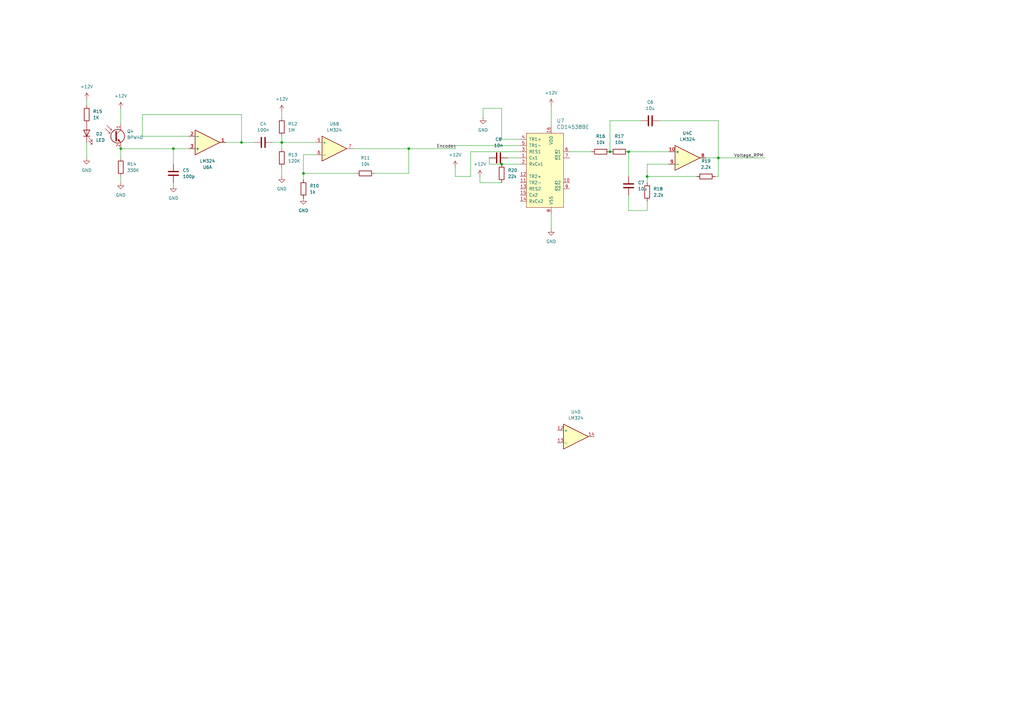
<source format=kicad_sch>
(kicad_sch (version 20231120) (generator "eeschema") (generator_version "8.0")
  (paper "A3")
  (lib_symbols
    (symbol "Amplifier_Operational:LM324" (pin_names (offset 0.127))
      (property "Reference" "U" (at 0 5.08 0))
      (property "Value" "LM324" (at 0 -5.08 0))
      (symbol "LM324_1_1"
        (polyline (pts (xy -5.08 5.08) (xy 5.08 0) (xy -5.08 -5.08) (xy -5.08 5.08)) (stroke (width 0.254)) (fill (type background)))
        (pin output line (at 7.62 0 180) (length 2.54) (name "~") (number "1"))
        (pin input line (at -7.62 -2.54 0) (length 2.54) (name "-") (number "2"))
        (pin input line (at -7.62 2.54 0) (length 2.54) (name "+") (number "3"))
      )
      (symbol "LM324_2_1"
        (polyline (pts (xy -5.08 5.08) (xy 5.08 0) (xy -5.08 -5.08) (xy -5.08 5.08)) (stroke (width 0.254)) (fill (type background)))
        (pin input line (at -7.62 2.54 0) (length 2.54) (name "+") (number "5"))
        (pin input line (at -7.62 -2.54 0) (length 2.54) (name "-") (number "6"))
        (pin output line (at 7.62 0 180) (length 2.54) (name "~") (number "7"))
      )
      (symbol "LM324_3_1"
        (polyline (pts (xy -5.08 5.08) (xy 5.08 0) (xy -5.08 -5.08) (xy -5.08 5.08)) (stroke (width 0.254)) (fill (type background)))
        (pin input line (at -7.62 2.54 0) (length 2.54) (name "+") (number "10"))
        (pin output line (at 7.62 0 180) (length 2.54) (name "~") (number "8"))
        (pin input line (at -7.62 -2.54 0) (length 2.54) (name "-") (number "9"))
      )
      (symbol "LM324_4_1"
        (polyline (pts (xy -5.08 5.08) (xy 5.08 0) (xy -5.08 -5.08) (xy -5.08 5.08)) (stroke (width 0.254)) (fill (type background)))
        (pin input line (at -7.62 2.54 0) (length 2.54) (name "+") (number "12"))
        (pin input line (at -7.62 -2.54 0) (length 2.54) (name "-") (number "13"))
        (pin output line (at 7.62 0 180) (length 2.54) (name "~") (number "14"))
      )
      (symbol "LM324_5_1"
        (pin power_in line (at -2.54 -7.62 90) (length 3.81) (name "V-") (number "11"))
        (pin power_in line (at -2.54 7.62 270) (length 3.81) (name "V+") (number "4"))
      )
    )
    (symbol "Device:C" (pin_numbers hide) (pin_names (offset 0.254))
      (property "Reference" "C" (at 0.635 2.54 0))
      (property "Value" "C" (at 0.635 -2.54 0))
      (symbol "C_0_1"
        (polyline (pts (xy -2.032 -0.762) (xy 2.032 -0.762)) (stroke (width 0.508)))
        (polyline (pts (xy -2.032 0.762) (xy 2.032 0.762)) (stroke (width 0.508)))
      )
      (symbol "C_1_1"
        (pin passive line (at 0 3.81 270) (length 2.794) (name "~") (number "1"))
        (pin passive line (at 0 -3.81 90) (length 2.794) (name "~") (number "2"))
      )
    )
    (symbol "Device:LED" (pin_numbers hide) (pin_names (offset 1.016) hide)
      (property "Reference" "D" (at 0 2.54 0))
      (property "Value" "LED" (at 0 -2.54 0))
      (symbol "LED_0_1"
        (polyline (pts (xy -1.27 -1.27) (xy -1.27 1.27)) (stroke (width 0.254)))
        (polyline (pts (xy -1.27 0) (xy 1.27 0)))
        (polyline (pts (xy 1.27 -1.27) (xy 1.27 1.27) (xy -1.27 0) (xy 1.27 -1.27)) (stroke (width 0.254)))
        (polyline (pts (xy -3.048 -0.762) (xy -4.572 -2.286) (xy -3.81 -2.286) (xy -4.572 -2.286) (xy -4.572 -1.524)))
        (polyline (pts (xy -1.778 -0.762) (xy -3.302 -2.286) (xy -2.54 -2.286) (xy -3.302 -2.286) (xy -3.302 -1.524)))
      )
      (symbol "LED_1_1"
        (pin passive line (at -3.81 0 0) (length 2.54) (name "K") (number "1"))
        (pin passive line (at 3.81 0 180) (length 2.54) (name "A") (number "2"))
      )
    )
    (symbol "Device:R" (pin_numbers hide) (pin_names (offset 0))
      (property "Reference" "R" (at 2.032 0 90))
      (property "Value" "R" (at 0 0 90))
      (symbol "R_0_1"
        (rectangle (start -1.016 -2.54) (end 1.016 2.54) (stroke (width 0.254)))
      )
      (symbol "R_1_1"
        (pin passive line (at 0 3.81 270) (length 1.27) (name "~") (number "1"))
        (pin passive line (at 0 -3.81 90) (length 1.27) (name "~") (number "2"))
      )
    )
    (symbol "Sensor_Optical:BPW40" (pin_names (offset 0) hide)
      (property "Reference" "Q" (at 5.08 1.27 0))
      (property "Value" "BPW40" (at 5.08 -1.27 0))
      (symbol "BPW40_0_1"
        (polyline (pts (xy -1.905 1.27) (xy -2.54 1.27)))
        (polyline (pts (xy -1.27 2.54) (xy -1.905 2.54)))
        (polyline (pts (xy 0.635 0.635) (xy 2.54 2.54)))
        (polyline (pts (xy -3.81 3.175) (xy -1.905 1.27) (xy -1.905 1.905)))
        (polyline (pts (xy -3.175 4.445) (xy -1.27 2.54) (xy -1.27 3.175)))
        (polyline (pts (xy 0.635 -0.635) (xy 2.54 -2.54) (xy 2.54 -2.54)))
        (polyline (pts (xy 0.635 1.905) (xy 0.635 -1.905) (xy 0.635 -1.905)) (stroke (width 0.508)))
        (polyline (pts (xy 1.27 -1.778) (xy 1.778 -1.27) (xy 2.286 -2.286) (xy 1.27 -1.778) (xy 1.27 -1.778)) (fill (type outline)))
        (circle (center 1.27 0) (radius 2.8194) (stroke (width 0.254)))
      )
      (symbol "BPW40_1_1"
        (pin passive line (at 2.54 5.08 270) (length 2.54) (name "C") (number "1"))
        (pin passive line (at 2.54 -5.08 90) (length 2.54) (name "E") (number "2"))
      )
    )
    (symbol "dk_Logic-Multivibrators:CD14538BE" (pin_names (offset 1.016))
      (property "Reference" "U" (at -5.08 16.51 0))
      (property "Value" "CD14538BE" (at -1.27 19.05 0))
      (symbol "CD14538BE_0_1"
        (rectangle (start -7.62 15.24) (end 7.62 -15.24) (fill (type background)))
      )
      (symbol "CD14538BE_1_1"
        (pin passive line (at -10.16 5.08 0) (length 2.54) (name "Cx1") (number "1"))
        (pin output line (at 10.16 -5.08 180) (length 2.54) (name "Q2") (number "10"))
        (pin input line (at -10.16 -5.08 0) (length 2.54) (name "TR2-") (number "11"))
        (pin input line (at -10.16 -2.54 0) (length 2.54) (name "TR2+") (number "12"))
        (pin input line (at -10.16 -7.62 0) (length 2.54) (name "RES2") (number "13"))
        (pin input line (at -10.16 -12.7 0) (length 2.54) (name "RxCx2") (number "14"))
        (pin passive line (at -10.16 -10.16 0) (length 2.54) (name "Cx2") (number "15"))
        (pin power_in line (at 2.54 17.78 270) (length 2.54) (name "VDD") (number "16"))
        (pin input line (at -10.16 2.54 0) (length 2.54) (name "RxCx1") (number "2"))
        (pin input line (at -10.16 7.62 0) (length 2.54) (name "RES1") (number "3"))
        (pin input line (at -10.16 12.7 0) (length 2.54) (name "TR1+") (number "4"))
        (pin input line (at -10.16 10.16 0) (length 2.54) (name "TR1-") (number "5"))
        (pin output line (at 10.16 7.62 180) (length 2.54) (name "Q1") (number "6"))
        (pin output line (at 10.16 5.08 180) (length 2.54) (name "~{Q1}") (number "7"))
        (pin power_in line (at 2.54 -17.78 90) (length 2.54) (name "VSS") (number "8"))
        (pin output line (at 10.16 -7.62 180) (length 2.54) (name "~{Q2}") (number "9"))
      )
    )
    (symbol "power:+12V" (power) (pin_numbers hide) (pin_names (offset 0) hide)
      (property "Value" "+12V" (at 0 3.556 0))
      (symbol "+12V_0_1"
        (polyline (pts (xy -0.762 1.27) (xy 0 2.54)))
        (polyline (pts (xy 0 0) (xy 0 2.54)))
        (polyline (pts (xy 0 2.54) (xy 0.762 1.27)))
      )
      (symbol "+12V_1_1"
        (pin power_in line (at 0 0 90) (length 0) (name "~") (number "1"))
      )
    )
    (symbol "power:GND" (power) (pin_numbers hide) (pin_names (offset 0) hide)
      (property "Value" "GND" (at 0 -3.81 0))
      (symbol "GND_0_1"
        (polyline (pts (xy 0 0) (xy 0 -1.27) (xy 1.27 -1.27) (xy 0 -2.54) (xy -1.27 -1.27) (xy 0 -1.27)))
      )
      (symbol "GND_1_1"
        (pin power_in line (at 0 0 270) (length 0) (name "~") (number "1"))
      )
    )
  )
  (junction (at 257.81 62.23))
  (junction (at 49.53 60.96))
  (junction (at 99.06 58.42))
  (junction (at 115.57 58.42))
  (junction (at 71.12 60.96))
  (junction (at 205.74 67.31))
  (junction (at 124.46 71.12))
  (junction (at 294.64 64.77))
  (junction (at 265.43 72.39))
  (junction (at 250.19 62.23))
  (junction (at 167.64 60.96))
  (wire (pts (xy 250.19 49.53) (xy 262.89 49.53)))
  (wire (pts (xy 115.57 45.72) (xy 115.57 48.26)))
  (wire (pts (xy 265.43 86.36) (xy 265.43 82.55)))
  (wire (pts (xy 104.14 58.42) (xy 99.06 58.42)))
  (wire (pts (xy 49.53 74.93) (xy 49.53 72.39)))
  (wire (pts (xy 115.57 58.42) (xy 129.54 58.42)))
  (wire (pts (xy 293.37 72.39) (xy 294.64 72.39)))
  (wire (pts (xy 35.56 64.77) (xy 35.56 58.42)))
  (wire (pts (xy 99.06 58.42) (xy 92.71 58.42)))
  (wire (pts (xy 71.12 60.96) (xy 77.47 60.96)))
  (wire (pts (xy 186.69 59.69) (xy 186.69 60.96)))
  (wire (pts (xy 167.64 60.96) (xy 186.69 60.96)))
  (wire (pts (xy 294.64 72.39) (xy 294.64 64.77)))
  (wire (pts (xy 124.46 73.66) (xy 124.46 71.12)))
  (wire (pts (xy 71.12 76.2) (xy 71.12 74.93)))
  (wire (pts (xy 124.46 71.12) (xy 124.46 63.5)))
  (wire (pts (xy 213.36 59.69) (xy 186.69 59.69)))
  (wire (pts (xy 205.74 74.93) (xy 196.85 74.93)))
  (wire (pts (xy 196.85 72.39) (xy 196.85 74.93)))
  (wire (pts (xy 99.06 46.99) (xy 99.06 58.42)))
  (wire (pts (xy 186.69 68.58) (xy 186.69 72.39)))
  (wire (pts (xy 58.42 46.99) (xy 58.42 55.88)))
  (wire (pts (xy 71.12 67.31) (xy 71.12 60.96)))
  (wire (pts (xy 153.67 71.12) (xy 167.64 71.12)))
  (wire (pts (xy 213.36 62.23) (xy 193.04 62.23)))
  (wire (pts (xy 35.56 40.64) (xy 35.56 43.18)))
  (wire (pts (xy 58.42 55.88) (xy 77.47 55.88)))
  (wire (pts (xy 49.53 44.45) (xy 49.53 50.8)))
  (wire (pts (xy 208.28 64.77) (xy 213.36 64.77)))
  (wire (pts (xy 289.56 64.77) (xy 294.64 64.77)))
  (wire (pts (xy 193.04 62.23) (xy 193.04 72.39)))
  (wire (pts (xy 205.74 57.15) (xy 205.74 44.45)))
  (wire (pts (xy 124.46 71.12) (xy 146.05 71.12)))
  (wire (pts (xy 58.42 46.99) (xy 99.06 46.99)))
  (wire (pts (xy 294.64 64.77) (xy 313.69 64.77)))
  (wire (pts (xy 167.64 60.96) (xy 167.64 71.12)))
  (wire (pts (xy 257.81 62.23) (xy 274.32 62.23)))
  (wire (pts (xy 200.66 64.77) (xy 200.66 67.31)))
  (wire (pts (xy 265.43 72.39) (xy 285.75 72.39)))
  (wire (pts (xy 205.74 67.31) (xy 213.36 67.31)))
  (wire (pts (xy 205.74 44.45) (xy 198.12 44.45)))
  (wire (pts (xy 270.51 49.53) (xy 294.64 49.53)))
  (wire (pts (xy 257.81 80.01) (xy 257.81 86.36)))
  (wire (pts (xy 226.06 43.18) (xy 226.06 52.07)))
  (wire (pts (xy 115.57 72.39) (xy 115.57 68.58)))
  (wire (pts (xy 115.57 60.96) (xy 115.57 58.42)))
  (wire (pts (xy 257.81 72.39) (xy 257.81 62.23)))
  (wire (pts (xy 226.06 87.63) (xy 226.06 93.98)))
  (wire (pts (xy 111.76 58.42) (xy 115.57 58.42)))
  (wire (pts (xy 198.12 44.45) (xy 198.12 48.26)))
  (wire (pts (xy 49.53 60.96) (xy 71.12 60.96)))
  (wire (pts (xy 193.04 72.39) (xy 186.69 72.39)))
  (wire (pts (xy 144.78 60.96) (xy 167.64 60.96)))
  (wire (pts (xy 294.64 49.53) (xy 294.64 64.77)))
  (wire (pts (xy 242.57 62.23) (xy 233.68 62.23)))
  (wire (pts (xy 213.36 57.15) (xy 205.74 57.15)))
  (wire (pts (xy 257.81 86.36) (xy 265.43 86.36)))
  (wire (pts (xy 200.66 67.31) (xy 205.74 67.31)))
  (wire (pts (xy 274.32 67.31) (xy 265.43 67.31)))
  (wire (pts (xy 49.53 64.77) (xy 49.53 60.96)))
  (wire (pts (xy 124.46 63.5) (xy 129.54 63.5)))
  (wire (pts (xy 265.43 72.39) (xy 265.43 74.93)))
  (wire (pts (xy 250.19 62.23) (xy 250.19 49.53)))
  (wire (pts (xy 265.43 67.31) (xy 265.43 72.39)))
  (wire (pts (xy 115.57 55.88) (xy 115.57 58.42)))
  (label "Voltage_RPM" (at 300.99 64.77 0))
  (label "Encoder" (at 179.07 60.96 0))
  (symbol (lib_id "Device:R") (at 115.57 52.07 180) (unit 1)
    (property "Reference" "R12" (at 118.11 50.7999 0) (effects (justify right)))
    (property "Value" "1M" (at 118.11 53.3399 0) (effects (justify right)))
    (property "Description" "Resistor" (effects (hide yes)))
  )
  (symbol (lib_id "power:GND") (at 226.06 93.98 0) (unit 1)
    (property "Reference" "#PWR029" (effects (hide yes)))
    (property "Value" "GND" (at 226.06 99.06 0))
    (property "Description" "Power symbol creates a global label with name \"GND\" , ground" (effects (hide yes)))
  )
  (symbol (lib_id "Amplifier_Operational:LM324") (at 236.22 179.07 0) (unit 4)
    (property "Reference" "U4" (at 236.22 168.91 0))
    (property "Value" "LM324" (at 236.22 171.45 0))
    (property "Datasheet" "http://www.ti.com/lit/ds/symlink/lm2902-n.pdf" (effects (hide yes)))
    (property "Description" "Low-Power, Quad-Operational Amplifiers, DIP-14/SOIC-14/SSOP-14" (effects (hide yes)))
  )
  (symbol (lib_id "Device:R") (at 265.43 78.74 180) (unit 1)
    (property "Reference" "R18" (at 267.97 77.4699 0) (effects (justify right)))
    (property "Value" "2.2k" (at 267.97 80.0099 0) (effects (justify right)))
    (property "Description" "Resistor" (effects (hide yes)))
  )
  (symbol (lib_id "Device:C") (at 204.47 64.77 90) (unit 1)
    (property "Reference" "C8" (at 204.47 57.15 90))
    (property "Value" "10n" (at 204.47 59.69 90))
    (property "Description" "Unpolarized capacitor" (effects (hide yes)))
  )
  (symbol (lib_id "Sensor_Optical:BPW40") (at 46.99 55.88 0) (unit 1)
    (property "Reference" "Q4" (at 52.07 53.8606 0) (effects (justify left)))
    (property "Value" "BPW40" (at 52.07 56.4006 0) (effects (justify left)))
    (property "Footprint" "LED_THT:LED_D5.0mm_Clear" (effects (hide yes)))
    (property "Datasheet" "https://www.rcscomponents.kiev.ua/datasheets/bpw40.pdf" (effects (hide yes)))
    (property "Description" "Phototransistor NPN" (effects (hide yes)))
  )
  (symbol (lib_id "power:+12V") (at 115.57 45.72 0) (unit 1)
    (property "Reference" "#PWR019" (effects (hide yes)))
    (property "Value" "+12V" (at 115.57 40.64 0))
    (property "Description" "Power symbol creates a global label with name \"+12V\"" (effects (hide yes)))
  )
  (symbol (lib_id "Device:R") (at 254 62.23 90) (unit 1)
    (property "Reference" "R17" (at 254 55.88 90))
    (property "Value" "10k" (at 254 58.42 90))
    (property "Description" "Resistor" (effects (hide yes)))
  )
  (symbol (lib_id "dk_Logic-Multivibrators:CD14538BE") (at 223.52 69.85 0) (unit 1)
    (property "Reference" "U7" (at 228.2541 49.53 0) (effects (font (size 1.524 1.524)) (justify left)))
    (property "Value" "CD14538BE" (at 228.2541 52.07 0) (effects (font (size 1.524 1.524)) (justify left)))
    (property "Footprint" "digikey-footprints:DIP-16_W7.62mm" (effects (hide yes)))
    (property "Datasheet" "http://www.ti.com/general/docs/suppproductinfo.tsp?distId=10&gotoUrl=http%3A%2F%2Fwww.ti.com%2Flit%2Fgpn%2Fcd14538b" (effects (hide yes)))
    (property "Description" "IC DUAL PREC MULTIVIB 16-DIP" (effects (hide yes)))
    (property "MPN" "CD14538BE" (effects (hide yes)))
    (property "Category" "Integrated Circuits (ICs)" (effects (hide yes)))
    (property "Family" "Logic - Multivibrators" (effects (hide yes)))
    (property "DK_Datasheet_Link" "http://www.ti.com/general/docs/suppproductinfo.tsp?distId=10&gotoUrl=http%3A%2F%2Fwww.ti.com%2Flit%2Fgpn%2Fcd14538b" (effects (hide yes)))
    (property "DK_Detail_Page" "/product-detail/en/texas-instruments/CD14538BE/296-14074-5-ND/525847" (effects (hide yes)))
    (property "Description_1" "IC DUAL PREC MULTIVIB 16-DIP" (effects (hide yes)))
    (property "Manufacturer" "Texas Instruments" (effects (hide yes)))
    (property "Status" "Active" (effects (hide yes)))
  )
  (symbol (lib_id "power:+12V") (at 226.06 43.18 0) (unit 1)
    (property "Reference" "#PWR030" (effects (hide yes)))
    (property "Value" "+12V" (at 226.06 38.1 0))
    (property "Description" "Power symbol creates a global label with name \"+12V\"" (effects (hide yes)))
  )
  (symbol (lib_id "power:+12V") (at 196.85 72.39 0) (unit 1)
    (property "Reference" "#PWR032" (effects (hide yes)))
    (property "Value" "+12V" (at 196.85 67.31 0))
    (property "Description" "Power symbol creates a global label with name \"+12V\"" (effects (hide yes)))
  )
  (symbol (lib_id "Device:R") (at 115.57 64.77 180) (unit 1)
    (property "Reference" "R13" (at 118.11 63.4999 0) (effects (justify right)))
    (property "Value" "120K" (at 118.11 66.0399 0) (effects (justify right)))
    (property "Description" "Resistor" (effects (hide yes)))
  )
  (symbol (lib_id "power:GND") (at 198.12 48.26 0) (unit 1)
    (property "Reference" "#PWR033" (effects (hide yes)))
    (property "Value" "GND" (at 198.12 53.34 0))
    (property "Description" "Power symbol creates a global label with name \"GND\" , ground" (effects (hide yes)))
  )
  (symbol (lib_id "power:+12V") (at 35.56 40.64 0) (unit 1)
    (property "Reference" "#PWR026" (effects (hide yes)))
    (property "Value" "+12V" (at 35.56 35.56 0))
    (property "Description" "Power symbol creates a global label with name \"+12V\"" (effects (hide yes)))
  )
  (symbol (lib_id "Device:C") (at 266.7 49.53 90) (unit 1)
    (property "Reference" "C6" (at 266.7 41.91 90))
    (property "Value" "10u" (at 266.7 44.45 90))
    (property "Description" "Unpolarized capacitor" (effects (hide yes)))
  )
  (symbol (lib_id "Device:C") (at 257.81 76.2 180) (unit 1)
    (property "Reference" "C7" (at 261.62 74.9299 0) (effects (justify right)))
    (property "Value" "10u" (at 261.62 77.4699 0) (effects (justify right)))
    (property "Description" "Unpolarized capacitor" (effects (hide yes)))
  )
  (symbol (lib_id "Amplifier_Operational:LM324") (at 281.94 64.77 0) (unit 3)
    (property "Reference" "U4" (at 281.94 54.61 0))
    (property "Value" "LM324" (at 281.94 57.15 0))
    (property "Datasheet" "http://www.ti.com/lit/ds/symlink/lm2902-n.pdf" (effects (hide yes)))
    (property "Description" "Low-Power, Quad-Operational Amplifiers, DIP-14/SOIC-14/SSOP-14" (effects (hide yes)))
  )
  (symbol (lib_id "Amplifier_Operational:LM324") (at 137.16 60.96 0) (unit 2)
    (property "Reference" "U6" (at 137.16 50.8 0))
    (property "Value" "LM324" (at 137.16 53.34 0))
    (property "Datasheet" "http://www.ti.com/lit/ds/symlink/lm2902-n.pdf" (effects (hide yes)))
    (property "Description" "Low-Power, Quad-Operational Amplifiers, DIP-14/SOIC-14/SSOP-14" (effects (hide yes)))
  )
  (symbol (lib_id "power:GND") (at 35.56 64.77 0) (unit 1)
    (property "Reference" "#PWR025" (effects (hide yes)))
    (property "Value" "GND" (at 35.56 69.85 0))
    (property "Description" "Power symbol creates a global label with name \"GND\" , ground" (effects (hide yes)))
  )
  (symbol (lib_id "Device:R") (at 35.56 46.99 0) (unit 1)
    (property "Reference" "R15" (at 38.1 45.7199 0) (effects (justify left)))
    (property "Value" "1K" (at 38.1 48.2599 0) (effects (justify left)))
    (property "Description" "Resistor" (effects (hide yes)))
  )
  (symbol (lib_id "Device:R") (at 149.86 71.12 90) (unit 1)
    (property "Reference" "R11" (at 149.86 64.77 90))
    (property "Value" "10k" (at 149.86 67.31 90))
    (property "Description" "Resistor" (effects (hide yes)))
  )
  (symbol (lib_id "Device:C") (at 107.95 58.42 90) (unit 1)
    (property "Reference" "C4" (at 107.95 50.8 90))
    (property "Value" "100n" (at 107.95 53.34 90))
    (property "Description" "Unpolarized capacitor" (effects (hide yes)))
  )
  (symbol (lib_id "Device:R") (at 49.53 68.58 0) (unit 1)
    (property "Reference" "R14" (at 52.07 67.3099 0) (effects (justify left)))
    (property "Value" "330K" (at 52.07 69.8499 0) (effects (justify left)))
    (property "Description" "Resistor" (effects (hide yes)))
  )
  (symbol (lib_id "power:GND") (at 49.53 74.93 0) (unit 1)
    (property "Reference" "#PWR024" (effects (hide yes)))
    (property "Value" "GND" (at 49.53 80.01 0))
    (property "Description" "Power symbol creates a global label with name \"GND\" , ground" (effects (hide yes)))
  )
  (symbol (lib_id "Device:R") (at 289.56 72.39 270) (unit 1)
    (property "Reference" "R19" (at 289.56 66.04 90))
    (property "Value" "2.2k" (at 289.56 68.58 90))
    (property "Description" "Resistor" (effects (hide yes)))
  )
  (symbol (lib_id "power:GND") (at 71.12 76.2 0) (unit 1)
    (property "Reference" "#PWR020" (effects (hide yes)))
    (property "Value" "GND" (at 71.12 81.28 0))
    (property "Description" "Power symbol creates a global label with name \"GND\" , ground" (effects (hide yes)))
  )
  (symbol (lib_id "Device:R") (at 205.74 71.12 180) (unit 1)
    (property "Reference" "R20" (at 208.28 69.8499 0) (effects (justify right)))
    (property "Value" "22k" (at 208.28 72.3899 0) (effects (justify right)))
    (property "Description" "Resistor" (effects (hide yes)))
  )
  (symbol (lib_id "power:GND") (at 124.46 81.28 0) (unit 1)
    (property "Reference" "#PWR022" (effects (hide yes)))
    (property "Value" "GND" (at 124.46 86.36 0))
    (property "Description" "Power symbol creates a global label with name \"GND\" , ground" (effects (hide yes)))
  )
  (symbol (lib_id "Device:R") (at 124.46 77.47 180) (unit 1)
    (property "Reference" "R10" (at 127 76.1999 0) (effects (justify right)))
    (property "Value" "1k" (at 127 78.7399 0) (effects (justify right)))
    (property "Description" "Resistor" (effects (hide yes)))
  )
  (symbol (lib_id "Device:LED") (at 35.56 54.61 90) (unit 1)
    (property "Reference" "D2" (at 39.37 54.9274 90) (effects (justify right)))
    (property "Value" "LED" (at 39.37 57.4674 90) (effects (justify right)))
    (property "Description" "Light emitting diode" (effects (hide yes)))
  )
  (symbol (lib_id "Device:C") (at 71.12 71.12 0) (unit 1)
    (property "Reference" "C5" (at 74.93 69.8499 0) (effects (justify left)))
    (property "Value" "100p" (at 74.93 72.3899 0) (effects (justify left)))
    (property "Description" "Unpolarized capacitor" (effects (hide yes)))
  )
  (symbol (lib_id "power:GND") (at 115.57 72.39 0) (unit 1)
    (property "Reference" "#PWR021" (effects (hide yes)))
    (property "Value" "GND" (at 115.57 77.47 0))
    (property "Description" "Power symbol creates a global label with name \"GND\" , ground" (effects (hide yes)))
  )
  (symbol (lib_id "Device:R") (at 246.38 62.23 90) (unit 1)
    (property "Reference" "R16" (at 246.38 55.88 90))
    (property "Value" "10k" (at 246.38 58.42 90))
    (property "Description" "Resistor" (effects (hide yes)))
  )
  (symbol (lib_id "Amplifier_Operational:LM324") (at 85.09 58.42 0) (mirror x) (unit 1)
    (property "Reference" "U6" (at 85.09 68.58 0))
    (property "Value" "LM324" (at 85.09 66.04 0))
    (property "Datasheet" "http://www.ti.com/lit/ds/symlink/lm2902-n.pdf" (effects (hide yes)))
    (property "Description" "Low-Power, Quad-Operational Amplifiers, DIP-14/SOIC-14/SSOP-14" (effects (hide yes)))
  )
  (symbol (lib_id "power:+12V") (at 186.69 68.58 0) (unit 1)
    (property "Reference" "#PWR031" (effects (hide yes)))
    (property "Value" "+12V" (at 186.69 63.5 0))
    (property "Description" "Power symbol creates a global label with name \"+12V\"" (effects (hide yes)))
  )
  (symbol (lib_id "power:+12V") (at 49.53 44.45 0) (unit 1)
    (property "Reference" "#PWR023" (effects (hide yes)))
    (property "Value" "+12V" (at 49.53 39.37 0))
    (property "Description" "Power symbol creates a global label with name \"+12V\"" (effects (hide yes)))
  )
)
</source>
